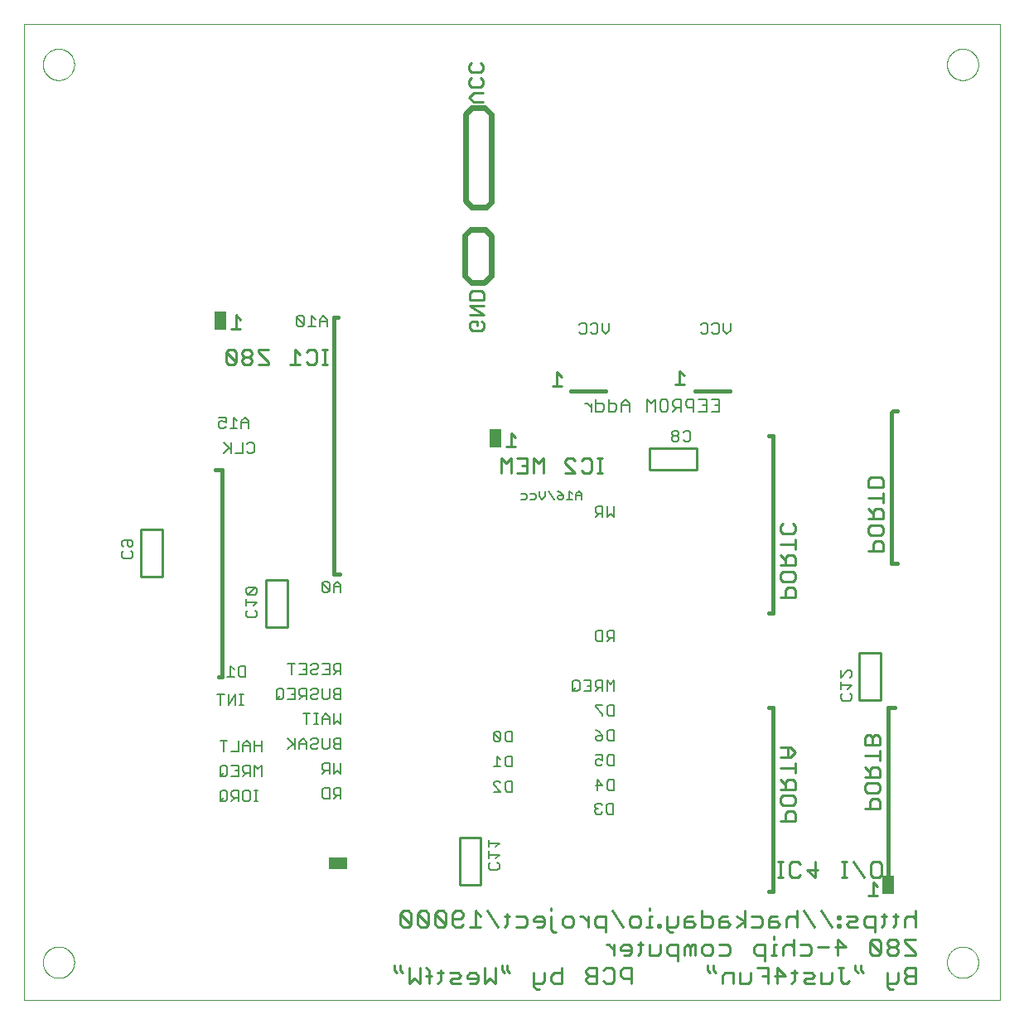
<source format=gbo>
G75*
%MOIN*%
%OFA0B0*%
%FSLAX25Y25*%
%IPPOS*%
%LPD*%
%AMOC8*
5,1,8,0,0,1.08239X$1,22.5*
%
%ADD10C,0.00000*%
%ADD11C,0.00800*%
%ADD12C,0.01100*%
%ADD13C,0.01000*%
%ADD14C,0.00700*%
%ADD15C,0.01575*%
%ADD16C,0.00600*%
%ADD17R,0.05002X0.07502*%
%ADD18R,0.07502X0.05002*%
%ADD19C,0.02362*%
D10*
X0029879Y0005537D02*
X0029879Y0397988D01*
X0422300Y0397988D01*
X0422300Y0005537D01*
X0029879Y0005537D01*
X0037330Y0020537D02*
X0037332Y0020695D01*
X0037338Y0020853D01*
X0037348Y0021011D01*
X0037362Y0021169D01*
X0037380Y0021326D01*
X0037401Y0021483D01*
X0037427Y0021639D01*
X0037457Y0021795D01*
X0037490Y0021950D01*
X0037528Y0022103D01*
X0037569Y0022256D01*
X0037614Y0022408D01*
X0037663Y0022559D01*
X0037716Y0022708D01*
X0037772Y0022856D01*
X0037832Y0023002D01*
X0037896Y0023147D01*
X0037964Y0023290D01*
X0038035Y0023432D01*
X0038109Y0023572D01*
X0038187Y0023709D01*
X0038269Y0023845D01*
X0038353Y0023979D01*
X0038442Y0024110D01*
X0038533Y0024239D01*
X0038628Y0024366D01*
X0038725Y0024491D01*
X0038826Y0024613D01*
X0038930Y0024732D01*
X0039037Y0024849D01*
X0039147Y0024963D01*
X0039260Y0025074D01*
X0039375Y0025183D01*
X0039493Y0025288D01*
X0039614Y0025390D01*
X0039737Y0025490D01*
X0039863Y0025586D01*
X0039991Y0025679D01*
X0040121Y0025769D01*
X0040254Y0025855D01*
X0040389Y0025939D01*
X0040525Y0026018D01*
X0040664Y0026095D01*
X0040805Y0026167D01*
X0040947Y0026237D01*
X0041091Y0026302D01*
X0041237Y0026364D01*
X0041384Y0026422D01*
X0041533Y0026477D01*
X0041683Y0026528D01*
X0041834Y0026575D01*
X0041986Y0026618D01*
X0042139Y0026657D01*
X0042294Y0026693D01*
X0042449Y0026724D01*
X0042605Y0026752D01*
X0042761Y0026776D01*
X0042918Y0026796D01*
X0043076Y0026812D01*
X0043233Y0026824D01*
X0043392Y0026832D01*
X0043550Y0026836D01*
X0043708Y0026836D01*
X0043866Y0026832D01*
X0044025Y0026824D01*
X0044182Y0026812D01*
X0044340Y0026796D01*
X0044497Y0026776D01*
X0044653Y0026752D01*
X0044809Y0026724D01*
X0044964Y0026693D01*
X0045119Y0026657D01*
X0045272Y0026618D01*
X0045424Y0026575D01*
X0045575Y0026528D01*
X0045725Y0026477D01*
X0045874Y0026422D01*
X0046021Y0026364D01*
X0046167Y0026302D01*
X0046311Y0026237D01*
X0046453Y0026167D01*
X0046594Y0026095D01*
X0046733Y0026018D01*
X0046869Y0025939D01*
X0047004Y0025855D01*
X0047137Y0025769D01*
X0047267Y0025679D01*
X0047395Y0025586D01*
X0047521Y0025490D01*
X0047644Y0025390D01*
X0047765Y0025288D01*
X0047883Y0025183D01*
X0047998Y0025074D01*
X0048111Y0024963D01*
X0048221Y0024849D01*
X0048328Y0024732D01*
X0048432Y0024613D01*
X0048533Y0024491D01*
X0048630Y0024366D01*
X0048725Y0024239D01*
X0048816Y0024110D01*
X0048905Y0023979D01*
X0048989Y0023845D01*
X0049071Y0023709D01*
X0049149Y0023572D01*
X0049223Y0023432D01*
X0049294Y0023290D01*
X0049362Y0023147D01*
X0049426Y0023002D01*
X0049486Y0022856D01*
X0049542Y0022708D01*
X0049595Y0022559D01*
X0049644Y0022408D01*
X0049689Y0022256D01*
X0049730Y0022103D01*
X0049768Y0021950D01*
X0049801Y0021795D01*
X0049831Y0021639D01*
X0049857Y0021483D01*
X0049878Y0021326D01*
X0049896Y0021169D01*
X0049910Y0021011D01*
X0049920Y0020853D01*
X0049926Y0020695D01*
X0049928Y0020537D01*
X0049926Y0020379D01*
X0049920Y0020221D01*
X0049910Y0020063D01*
X0049896Y0019905D01*
X0049878Y0019748D01*
X0049857Y0019591D01*
X0049831Y0019435D01*
X0049801Y0019279D01*
X0049768Y0019124D01*
X0049730Y0018971D01*
X0049689Y0018818D01*
X0049644Y0018666D01*
X0049595Y0018515D01*
X0049542Y0018366D01*
X0049486Y0018218D01*
X0049426Y0018072D01*
X0049362Y0017927D01*
X0049294Y0017784D01*
X0049223Y0017642D01*
X0049149Y0017502D01*
X0049071Y0017365D01*
X0048989Y0017229D01*
X0048905Y0017095D01*
X0048816Y0016964D01*
X0048725Y0016835D01*
X0048630Y0016708D01*
X0048533Y0016583D01*
X0048432Y0016461D01*
X0048328Y0016342D01*
X0048221Y0016225D01*
X0048111Y0016111D01*
X0047998Y0016000D01*
X0047883Y0015891D01*
X0047765Y0015786D01*
X0047644Y0015684D01*
X0047521Y0015584D01*
X0047395Y0015488D01*
X0047267Y0015395D01*
X0047137Y0015305D01*
X0047004Y0015219D01*
X0046869Y0015135D01*
X0046733Y0015056D01*
X0046594Y0014979D01*
X0046453Y0014907D01*
X0046311Y0014837D01*
X0046167Y0014772D01*
X0046021Y0014710D01*
X0045874Y0014652D01*
X0045725Y0014597D01*
X0045575Y0014546D01*
X0045424Y0014499D01*
X0045272Y0014456D01*
X0045119Y0014417D01*
X0044964Y0014381D01*
X0044809Y0014350D01*
X0044653Y0014322D01*
X0044497Y0014298D01*
X0044340Y0014278D01*
X0044182Y0014262D01*
X0044025Y0014250D01*
X0043866Y0014242D01*
X0043708Y0014238D01*
X0043550Y0014238D01*
X0043392Y0014242D01*
X0043233Y0014250D01*
X0043076Y0014262D01*
X0042918Y0014278D01*
X0042761Y0014298D01*
X0042605Y0014322D01*
X0042449Y0014350D01*
X0042294Y0014381D01*
X0042139Y0014417D01*
X0041986Y0014456D01*
X0041834Y0014499D01*
X0041683Y0014546D01*
X0041533Y0014597D01*
X0041384Y0014652D01*
X0041237Y0014710D01*
X0041091Y0014772D01*
X0040947Y0014837D01*
X0040805Y0014907D01*
X0040664Y0014979D01*
X0040525Y0015056D01*
X0040389Y0015135D01*
X0040254Y0015219D01*
X0040121Y0015305D01*
X0039991Y0015395D01*
X0039863Y0015488D01*
X0039737Y0015584D01*
X0039614Y0015684D01*
X0039493Y0015786D01*
X0039375Y0015891D01*
X0039260Y0016000D01*
X0039147Y0016111D01*
X0039037Y0016225D01*
X0038930Y0016342D01*
X0038826Y0016461D01*
X0038725Y0016583D01*
X0038628Y0016708D01*
X0038533Y0016835D01*
X0038442Y0016964D01*
X0038353Y0017095D01*
X0038269Y0017229D01*
X0038187Y0017365D01*
X0038109Y0017502D01*
X0038035Y0017642D01*
X0037964Y0017784D01*
X0037896Y0017927D01*
X0037832Y0018072D01*
X0037772Y0018218D01*
X0037716Y0018366D01*
X0037663Y0018515D01*
X0037614Y0018666D01*
X0037569Y0018818D01*
X0037528Y0018971D01*
X0037490Y0019124D01*
X0037457Y0019279D01*
X0037427Y0019435D01*
X0037401Y0019591D01*
X0037380Y0019748D01*
X0037362Y0019905D01*
X0037348Y0020063D01*
X0037338Y0020221D01*
X0037332Y0020379D01*
X0037330Y0020537D01*
X0401080Y0020537D02*
X0401082Y0020695D01*
X0401088Y0020853D01*
X0401098Y0021011D01*
X0401112Y0021169D01*
X0401130Y0021326D01*
X0401151Y0021483D01*
X0401177Y0021639D01*
X0401207Y0021795D01*
X0401240Y0021950D01*
X0401278Y0022103D01*
X0401319Y0022256D01*
X0401364Y0022408D01*
X0401413Y0022559D01*
X0401466Y0022708D01*
X0401522Y0022856D01*
X0401582Y0023002D01*
X0401646Y0023147D01*
X0401714Y0023290D01*
X0401785Y0023432D01*
X0401859Y0023572D01*
X0401937Y0023709D01*
X0402019Y0023845D01*
X0402103Y0023979D01*
X0402192Y0024110D01*
X0402283Y0024239D01*
X0402378Y0024366D01*
X0402475Y0024491D01*
X0402576Y0024613D01*
X0402680Y0024732D01*
X0402787Y0024849D01*
X0402897Y0024963D01*
X0403010Y0025074D01*
X0403125Y0025183D01*
X0403243Y0025288D01*
X0403364Y0025390D01*
X0403487Y0025490D01*
X0403613Y0025586D01*
X0403741Y0025679D01*
X0403871Y0025769D01*
X0404004Y0025855D01*
X0404139Y0025939D01*
X0404275Y0026018D01*
X0404414Y0026095D01*
X0404555Y0026167D01*
X0404697Y0026237D01*
X0404841Y0026302D01*
X0404987Y0026364D01*
X0405134Y0026422D01*
X0405283Y0026477D01*
X0405433Y0026528D01*
X0405584Y0026575D01*
X0405736Y0026618D01*
X0405889Y0026657D01*
X0406044Y0026693D01*
X0406199Y0026724D01*
X0406355Y0026752D01*
X0406511Y0026776D01*
X0406668Y0026796D01*
X0406826Y0026812D01*
X0406983Y0026824D01*
X0407142Y0026832D01*
X0407300Y0026836D01*
X0407458Y0026836D01*
X0407616Y0026832D01*
X0407775Y0026824D01*
X0407932Y0026812D01*
X0408090Y0026796D01*
X0408247Y0026776D01*
X0408403Y0026752D01*
X0408559Y0026724D01*
X0408714Y0026693D01*
X0408869Y0026657D01*
X0409022Y0026618D01*
X0409174Y0026575D01*
X0409325Y0026528D01*
X0409475Y0026477D01*
X0409624Y0026422D01*
X0409771Y0026364D01*
X0409917Y0026302D01*
X0410061Y0026237D01*
X0410203Y0026167D01*
X0410344Y0026095D01*
X0410483Y0026018D01*
X0410619Y0025939D01*
X0410754Y0025855D01*
X0410887Y0025769D01*
X0411017Y0025679D01*
X0411145Y0025586D01*
X0411271Y0025490D01*
X0411394Y0025390D01*
X0411515Y0025288D01*
X0411633Y0025183D01*
X0411748Y0025074D01*
X0411861Y0024963D01*
X0411971Y0024849D01*
X0412078Y0024732D01*
X0412182Y0024613D01*
X0412283Y0024491D01*
X0412380Y0024366D01*
X0412475Y0024239D01*
X0412566Y0024110D01*
X0412655Y0023979D01*
X0412739Y0023845D01*
X0412821Y0023709D01*
X0412899Y0023572D01*
X0412973Y0023432D01*
X0413044Y0023290D01*
X0413112Y0023147D01*
X0413176Y0023002D01*
X0413236Y0022856D01*
X0413292Y0022708D01*
X0413345Y0022559D01*
X0413394Y0022408D01*
X0413439Y0022256D01*
X0413480Y0022103D01*
X0413518Y0021950D01*
X0413551Y0021795D01*
X0413581Y0021639D01*
X0413607Y0021483D01*
X0413628Y0021326D01*
X0413646Y0021169D01*
X0413660Y0021011D01*
X0413670Y0020853D01*
X0413676Y0020695D01*
X0413678Y0020537D01*
X0413676Y0020379D01*
X0413670Y0020221D01*
X0413660Y0020063D01*
X0413646Y0019905D01*
X0413628Y0019748D01*
X0413607Y0019591D01*
X0413581Y0019435D01*
X0413551Y0019279D01*
X0413518Y0019124D01*
X0413480Y0018971D01*
X0413439Y0018818D01*
X0413394Y0018666D01*
X0413345Y0018515D01*
X0413292Y0018366D01*
X0413236Y0018218D01*
X0413176Y0018072D01*
X0413112Y0017927D01*
X0413044Y0017784D01*
X0412973Y0017642D01*
X0412899Y0017502D01*
X0412821Y0017365D01*
X0412739Y0017229D01*
X0412655Y0017095D01*
X0412566Y0016964D01*
X0412475Y0016835D01*
X0412380Y0016708D01*
X0412283Y0016583D01*
X0412182Y0016461D01*
X0412078Y0016342D01*
X0411971Y0016225D01*
X0411861Y0016111D01*
X0411748Y0016000D01*
X0411633Y0015891D01*
X0411515Y0015786D01*
X0411394Y0015684D01*
X0411271Y0015584D01*
X0411145Y0015488D01*
X0411017Y0015395D01*
X0410887Y0015305D01*
X0410754Y0015219D01*
X0410619Y0015135D01*
X0410483Y0015056D01*
X0410344Y0014979D01*
X0410203Y0014907D01*
X0410061Y0014837D01*
X0409917Y0014772D01*
X0409771Y0014710D01*
X0409624Y0014652D01*
X0409475Y0014597D01*
X0409325Y0014546D01*
X0409174Y0014499D01*
X0409022Y0014456D01*
X0408869Y0014417D01*
X0408714Y0014381D01*
X0408559Y0014350D01*
X0408403Y0014322D01*
X0408247Y0014298D01*
X0408090Y0014278D01*
X0407932Y0014262D01*
X0407775Y0014250D01*
X0407616Y0014242D01*
X0407458Y0014238D01*
X0407300Y0014238D01*
X0407142Y0014242D01*
X0406983Y0014250D01*
X0406826Y0014262D01*
X0406668Y0014278D01*
X0406511Y0014298D01*
X0406355Y0014322D01*
X0406199Y0014350D01*
X0406044Y0014381D01*
X0405889Y0014417D01*
X0405736Y0014456D01*
X0405584Y0014499D01*
X0405433Y0014546D01*
X0405283Y0014597D01*
X0405134Y0014652D01*
X0404987Y0014710D01*
X0404841Y0014772D01*
X0404697Y0014837D01*
X0404555Y0014907D01*
X0404414Y0014979D01*
X0404275Y0015056D01*
X0404139Y0015135D01*
X0404004Y0015219D01*
X0403871Y0015305D01*
X0403741Y0015395D01*
X0403613Y0015488D01*
X0403487Y0015584D01*
X0403364Y0015684D01*
X0403243Y0015786D01*
X0403125Y0015891D01*
X0403010Y0016000D01*
X0402897Y0016111D01*
X0402787Y0016225D01*
X0402680Y0016342D01*
X0402576Y0016461D01*
X0402475Y0016583D01*
X0402378Y0016708D01*
X0402283Y0016835D01*
X0402192Y0016964D01*
X0402103Y0017095D01*
X0402019Y0017229D01*
X0401937Y0017365D01*
X0401859Y0017502D01*
X0401785Y0017642D01*
X0401714Y0017784D01*
X0401646Y0017927D01*
X0401582Y0018072D01*
X0401522Y0018218D01*
X0401466Y0018366D01*
X0401413Y0018515D01*
X0401364Y0018666D01*
X0401319Y0018818D01*
X0401278Y0018971D01*
X0401240Y0019124D01*
X0401207Y0019279D01*
X0401177Y0019435D01*
X0401151Y0019591D01*
X0401130Y0019748D01*
X0401112Y0019905D01*
X0401098Y0020063D01*
X0401088Y0020221D01*
X0401082Y0020379D01*
X0401080Y0020537D01*
X0401080Y0381787D02*
X0401082Y0381945D01*
X0401088Y0382103D01*
X0401098Y0382261D01*
X0401112Y0382419D01*
X0401130Y0382576D01*
X0401151Y0382733D01*
X0401177Y0382889D01*
X0401207Y0383045D01*
X0401240Y0383200D01*
X0401278Y0383353D01*
X0401319Y0383506D01*
X0401364Y0383658D01*
X0401413Y0383809D01*
X0401466Y0383958D01*
X0401522Y0384106D01*
X0401582Y0384252D01*
X0401646Y0384397D01*
X0401714Y0384540D01*
X0401785Y0384682D01*
X0401859Y0384822D01*
X0401937Y0384959D01*
X0402019Y0385095D01*
X0402103Y0385229D01*
X0402192Y0385360D01*
X0402283Y0385489D01*
X0402378Y0385616D01*
X0402475Y0385741D01*
X0402576Y0385863D01*
X0402680Y0385982D01*
X0402787Y0386099D01*
X0402897Y0386213D01*
X0403010Y0386324D01*
X0403125Y0386433D01*
X0403243Y0386538D01*
X0403364Y0386640D01*
X0403487Y0386740D01*
X0403613Y0386836D01*
X0403741Y0386929D01*
X0403871Y0387019D01*
X0404004Y0387105D01*
X0404139Y0387189D01*
X0404275Y0387268D01*
X0404414Y0387345D01*
X0404555Y0387417D01*
X0404697Y0387487D01*
X0404841Y0387552D01*
X0404987Y0387614D01*
X0405134Y0387672D01*
X0405283Y0387727D01*
X0405433Y0387778D01*
X0405584Y0387825D01*
X0405736Y0387868D01*
X0405889Y0387907D01*
X0406044Y0387943D01*
X0406199Y0387974D01*
X0406355Y0388002D01*
X0406511Y0388026D01*
X0406668Y0388046D01*
X0406826Y0388062D01*
X0406983Y0388074D01*
X0407142Y0388082D01*
X0407300Y0388086D01*
X0407458Y0388086D01*
X0407616Y0388082D01*
X0407775Y0388074D01*
X0407932Y0388062D01*
X0408090Y0388046D01*
X0408247Y0388026D01*
X0408403Y0388002D01*
X0408559Y0387974D01*
X0408714Y0387943D01*
X0408869Y0387907D01*
X0409022Y0387868D01*
X0409174Y0387825D01*
X0409325Y0387778D01*
X0409475Y0387727D01*
X0409624Y0387672D01*
X0409771Y0387614D01*
X0409917Y0387552D01*
X0410061Y0387487D01*
X0410203Y0387417D01*
X0410344Y0387345D01*
X0410483Y0387268D01*
X0410619Y0387189D01*
X0410754Y0387105D01*
X0410887Y0387019D01*
X0411017Y0386929D01*
X0411145Y0386836D01*
X0411271Y0386740D01*
X0411394Y0386640D01*
X0411515Y0386538D01*
X0411633Y0386433D01*
X0411748Y0386324D01*
X0411861Y0386213D01*
X0411971Y0386099D01*
X0412078Y0385982D01*
X0412182Y0385863D01*
X0412283Y0385741D01*
X0412380Y0385616D01*
X0412475Y0385489D01*
X0412566Y0385360D01*
X0412655Y0385229D01*
X0412739Y0385095D01*
X0412821Y0384959D01*
X0412899Y0384822D01*
X0412973Y0384682D01*
X0413044Y0384540D01*
X0413112Y0384397D01*
X0413176Y0384252D01*
X0413236Y0384106D01*
X0413292Y0383958D01*
X0413345Y0383809D01*
X0413394Y0383658D01*
X0413439Y0383506D01*
X0413480Y0383353D01*
X0413518Y0383200D01*
X0413551Y0383045D01*
X0413581Y0382889D01*
X0413607Y0382733D01*
X0413628Y0382576D01*
X0413646Y0382419D01*
X0413660Y0382261D01*
X0413670Y0382103D01*
X0413676Y0381945D01*
X0413678Y0381787D01*
X0413676Y0381629D01*
X0413670Y0381471D01*
X0413660Y0381313D01*
X0413646Y0381155D01*
X0413628Y0380998D01*
X0413607Y0380841D01*
X0413581Y0380685D01*
X0413551Y0380529D01*
X0413518Y0380374D01*
X0413480Y0380221D01*
X0413439Y0380068D01*
X0413394Y0379916D01*
X0413345Y0379765D01*
X0413292Y0379616D01*
X0413236Y0379468D01*
X0413176Y0379322D01*
X0413112Y0379177D01*
X0413044Y0379034D01*
X0412973Y0378892D01*
X0412899Y0378752D01*
X0412821Y0378615D01*
X0412739Y0378479D01*
X0412655Y0378345D01*
X0412566Y0378214D01*
X0412475Y0378085D01*
X0412380Y0377958D01*
X0412283Y0377833D01*
X0412182Y0377711D01*
X0412078Y0377592D01*
X0411971Y0377475D01*
X0411861Y0377361D01*
X0411748Y0377250D01*
X0411633Y0377141D01*
X0411515Y0377036D01*
X0411394Y0376934D01*
X0411271Y0376834D01*
X0411145Y0376738D01*
X0411017Y0376645D01*
X0410887Y0376555D01*
X0410754Y0376469D01*
X0410619Y0376385D01*
X0410483Y0376306D01*
X0410344Y0376229D01*
X0410203Y0376157D01*
X0410061Y0376087D01*
X0409917Y0376022D01*
X0409771Y0375960D01*
X0409624Y0375902D01*
X0409475Y0375847D01*
X0409325Y0375796D01*
X0409174Y0375749D01*
X0409022Y0375706D01*
X0408869Y0375667D01*
X0408714Y0375631D01*
X0408559Y0375600D01*
X0408403Y0375572D01*
X0408247Y0375548D01*
X0408090Y0375528D01*
X0407932Y0375512D01*
X0407775Y0375500D01*
X0407616Y0375492D01*
X0407458Y0375488D01*
X0407300Y0375488D01*
X0407142Y0375492D01*
X0406983Y0375500D01*
X0406826Y0375512D01*
X0406668Y0375528D01*
X0406511Y0375548D01*
X0406355Y0375572D01*
X0406199Y0375600D01*
X0406044Y0375631D01*
X0405889Y0375667D01*
X0405736Y0375706D01*
X0405584Y0375749D01*
X0405433Y0375796D01*
X0405283Y0375847D01*
X0405134Y0375902D01*
X0404987Y0375960D01*
X0404841Y0376022D01*
X0404697Y0376087D01*
X0404555Y0376157D01*
X0404414Y0376229D01*
X0404275Y0376306D01*
X0404139Y0376385D01*
X0404004Y0376469D01*
X0403871Y0376555D01*
X0403741Y0376645D01*
X0403613Y0376738D01*
X0403487Y0376834D01*
X0403364Y0376934D01*
X0403243Y0377036D01*
X0403125Y0377141D01*
X0403010Y0377250D01*
X0402897Y0377361D01*
X0402787Y0377475D01*
X0402680Y0377592D01*
X0402576Y0377711D01*
X0402475Y0377833D01*
X0402378Y0377958D01*
X0402283Y0378085D01*
X0402192Y0378214D01*
X0402103Y0378345D01*
X0402019Y0378479D01*
X0401937Y0378615D01*
X0401859Y0378752D01*
X0401785Y0378892D01*
X0401714Y0379034D01*
X0401646Y0379177D01*
X0401582Y0379322D01*
X0401522Y0379468D01*
X0401466Y0379616D01*
X0401413Y0379765D01*
X0401364Y0379916D01*
X0401319Y0380068D01*
X0401278Y0380221D01*
X0401240Y0380374D01*
X0401207Y0380529D01*
X0401177Y0380685D01*
X0401151Y0380841D01*
X0401130Y0380998D01*
X0401112Y0381155D01*
X0401098Y0381313D01*
X0401088Y0381471D01*
X0401082Y0381629D01*
X0401080Y0381787D01*
X0037330Y0381787D02*
X0037332Y0381945D01*
X0037338Y0382103D01*
X0037348Y0382261D01*
X0037362Y0382419D01*
X0037380Y0382576D01*
X0037401Y0382733D01*
X0037427Y0382889D01*
X0037457Y0383045D01*
X0037490Y0383200D01*
X0037528Y0383353D01*
X0037569Y0383506D01*
X0037614Y0383658D01*
X0037663Y0383809D01*
X0037716Y0383958D01*
X0037772Y0384106D01*
X0037832Y0384252D01*
X0037896Y0384397D01*
X0037964Y0384540D01*
X0038035Y0384682D01*
X0038109Y0384822D01*
X0038187Y0384959D01*
X0038269Y0385095D01*
X0038353Y0385229D01*
X0038442Y0385360D01*
X0038533Y0385489D01*
X0038628Y0385616D01*
X0038725Y0385741D01*
X0038826Y0385863D01*
X0038930Y0385982D01*
X0039037Y0386099D01*
X0039147Y0386213D01*
X0039260Y0386324D01*
X0039375Y0386433D01*
X0039493Y0386538D01*
X0039614Y0386640D01*
X0039737Y0386740D01*
X0039863Y0386836D01*
X0039991Y0386929D01*
X0040121Y0387019D01*
X0040254Y0387105D01*
X0040389Y0387189D01*
X0040525Y0387268D01*
X0040664Y0387345D01*
X0040805Y0387417D01*
X0040947Y0387487D01*
X0041091Y0387552D01*
X0041237Y0387614D01*
X0041384Y0387672D01*
X0041533Y0387727D01*
X0041683Y0387778D01*
X0041834Y0387825D01*
X0041986Y0387868D01*
X0042139Y0387907D01*
X0042294Y0387943D01*
X0042449Y0387974D01*
X0042605Y0388002D01*
X0042761Y0388026D01*
X0042918Y0388046D01*
X0043076Y0388062D01*
X0043233Y0388074D01*
X0043392Y0388082D01*
X0043550Y0388086D01*
X0043708Y0388086D01*
X0043866Y0388082D01*
X0044025Y0388074D01*
X0044182Y0388062D01*
X0044340Y0388046D01*
X0044497Y0388026D01*
X0044653Y0388002D01*
X0044809Y0387974D01*
X0044964Y0387943D01*
X0045119Y0387907D01*
X0045272Y0387868D01*
X0045424Y0387825D01*
X0045575Y0387778D01*
X0045725Y0387727D01*
X0045874Y0387672D01*
X0046021Y0387614D01*
X0046167Y0387552D01*
X0046311Y0387487D01*
X0046453Y0387417D01*
X0046594Y0387345D01*
X0046733Y0387268D01*
X0046869Y0387189D01*
X0047004Y0387105D01*
X0047137Y0387019D01*
X0047267Y0386929D01*
X0047395Y0386836D01*
X0047521Y0386740D01*
X0047644Y0386640D01*
X0047765Y0386538D01*
X0047883Y0386433D01*
X0047998Y0386324D01*
X0048111Y0386213D01*
X0048221Y0386099D01*
X0048328Y0385982D01*
X0048432Y0385863D01*
X0048533Y0385741D01*
X0048630Y0385616D01*
X0048725Y0385489D01*
X0048816Y0385360D01*
X0048905Y0385229D01*
X0048989Y0385095D01*
X0049071Y0384959D01*
X0049149Y0384822D01*
X0049223Y0384682D01*
X0049294Y0384540D01*
X0049362Y0384397D01*
X0049426Y0384252D01*
X0049486Y0384106D01*
X0049542Y0383958D01*
X0049595Y0383809D01*
X0049644Y0383658D01*
X0049689Y0383506D01*
X0049730Y0383353D01*
X0049768Y0383200D01*
X0049801Y0383045D01*
X0049831Y0382889D01*
X0049857Y0382733D01*
X0049878Y0382576D01*
X0049896Y0382419D01*
X0049910Y0382261D01*
X0049920Y0382103D01*
X0049926Y0381945D01*
X0049928Y0381787D01*
X0049926Y0381629D01*
X0049920Y0381471D01*
X0049910Y0381313D01*
X0049896Y0381155D01*
X0049878Y0380998D01*
X0049857Y0380841D01*
X0049831Y0380685D01*
X0049801Y0380529D01*
X0049768Y0380374D01*
X0049730Y0380221D01*
X0049689Y0380068D01*
X0049644Y0379916D01*
X0049595Y0379765D01*
X0049542Y0379616D01*
X0049486Y0379468D01*
X0049426Y0379322D01*
X0049362Y0379177D01*
X0049294Y0379034D01*
X0049223Y0378892D01*
X0049149Y0378752D01*
X0049071Y0378615D01*
X0048989Y0378479D01*
X0048905Y0378345D01*
X0048816Y0378214D01*
X0048725Y0378085D01*
X0048630Y0377958D01*
X0048533Y0377833D01*
X0048432Y0377711D01*
X0048328Y0377592D01*
X0048221Y0377475D01*
X0048111Y0377361D01*
X0047998Y0377250D01*
X0047883Y0377141D01*
X0047765Y0377036D01*
X0047644Y0376934D01*
X0047521Y0376834D01*
X0047395Y0376738D01*
X0047267Y0376645D01*
X0047137Y0376555D01*
X0047004Y0376469D01*
X0046869Y0376385D01*
X0046733Y0376306D01*
X0046594Y0376229D01*
X0046453Y0376157D01*
X0046311Y0376087D01*
X0046167Y0376022D01*
X0046021Y0375960D01*
X0045874Y0375902D01*
X0045725Y0375847D01*
X0045575Y0375796D01*
X0045424Y0375749D01*
X0045272Y0375706D01*
X0045119Y0375667D01*
X0044964Y0375631D01*
X0044809Y0375600D01*
X0044653Y0375572D01*
X0044497Y0375548D01*
X0044340Y0375528D01*
X0044182Y0375512D01*
X0044025Y0375500D01*
X0043866Y0375492D01*
X0043708Y0375488D01*
X0043550Y0375488D01*
X0043392Y0375492D01*
X0043233Y0375500D01*
X0043076Y0375512D01*
X0042918Y0375528D01*
X0042761Y0375548D01*
X0042605Y0375572D01*
X0042449Y0375600D01*
X0042294Y0375631D01*
X0042139Y0375667D01*
X0041986Y0375706D01*
X0041834Y0375749D01*
X0041683Y0375796D01*
X0041533Y0375847D01*
X0041384Y0375902D01*
X0041237Y0375960D01*
X0041091Y0376022D01*
X0040947Y0376087D01*
X0040805Y0376157D01*
X0040664Y0376229D01*
X0040525Y0376306D01*
X0040389Y0376385D01*
X0040254Y0376469D01*
X0040121Y0376555D01*
X0039991Y0376645D01*
X0039863Y0376738D01*
X0039737Y0376834D01*
X0039614Y0376934D01*
X0039493Y0377036D01*
X0039375Y0377141D01*
X0039260Y0377250D01*
X0039147Y0377361D01*
X0039037Y0377475D01*
X0038930Y0377592D01*
X0038826Y0377711D01*
X0038725Y0377833D01*
X0038628Y0377958D01*
X0038533Y0378085D01*
X0038442Y0378214D01*
X0038353Y0378345D01*
X0038269Y0378479D01*
X0038187Y0378615D01*
X0038109Y0378752D01*
X0038035Y0378892D01*
X0037964Y0379034D01*
X0037896Y0379177D01*
X0037832Y0379322D01*
X0037772Y0379468D01*
X0037716Y0379616D01*
X0037663Y0379765D01*
X0037614Y0379916D01*
X0037569Y0380068D01*
X0037528Y0380221D01*
X0037490Y0380374D01*
X0037457Y0380529D01*
X0037427Y0380685D01*
X0037401Y0380841D01*
X0037380Y0380998D01*
X0037362Y0381155D01*
X0037348Y0381313D01*
X0037338Y0381471D01*
X0037332Y0381629D01*
X0037330Y0381787D01*
D11*
X0253155Y0276940D02*
X0253856Y0277641D01*
X0255257Y0277641D01*
X0255958Y0276940D01*
X0255958Y0274138D01*
X0255257Y0273437D01*
X0253856Y0273437D01*
X0253155Y0274138D01*
X0257759Y0274138D02*
X0258460Y0273437D01*
X0259861Y0273437D01*
X0260562Y0274138D01*
X0260562Y0276940D01*
X0259861Y0277641D01*
X0258460Y0277641D01*
X0257759Y0276940D01*
X0262363Y0277641D02*
X0262363Y0274839D01*
X0263764Y0273437D01*
X0265166Y0274839D01*
X0265166Y0277641D01*
X0301905Y0276940D02*
X0302606Y0277641D01*
X0304007Y0277641D01*
X0304708Y0276940D01*
X0304708Y0274138D01*
X0304007Y0273437D01*
X0302606Y0273437D01*
X0301905Y0274138D01*
X0306509Y0274138D02*
X0307210Y0273437D01*
X0308611Y0273437D01*
X0309312Y0274138D01*
X0309312Y0276940D01*
X0308611Y0277641D01*
X0307210Y0277641D01*
X0306509Y0276940D01*
X0311113Y0277641D02*
X0311113Y0274839D01*
X0312514Y0273437D01*
X0313916Y0274839D01*
X0313916Y0277641D01*
X0309479Y0246991D02*
X0306276Y0246991D01*
X0304322Y0246991D02*
X0304322Y0242187D01*
X0301120Y0242187D01*
X0299166Y0242187D02*
X0299166Y0246991D01*
X0296764Y0246991D01*
X0295963Y0246191D01*
X0295963Y0244589D01*
X0296764Y0243789D01*
X0299166Y0243789D01*
X0302721Y0244589D02*
X0304322Y0244589D01*
X0304322Y0246991D02*
X0301120Y0246991D01*
X0306276Y0242187D02*
X0309479Y0242187D01*
X0309479Y0246991D01*
X0309479Y0244589D02*
X0307877Y0244589D01*
X0294010Y0243789D02*
X0291608Y0243789D01*
X0290807Y0244589D01*
X0290807Y0246191D01*
X0291608Y0246991D01*
X0294010Y0246991D01*
X0294010Y0242187D01*
X0292408Y0243789D02*
X0290807Y0242187D01*
X0288853Y0242988D02*
X0288053Y0242187D01*
X0286451Y0242187D01*
X0285650Y0242988D01*
X0285650Y0246191D01*
X0286451Y0246991D01*
X0288053Y0246991D01*
X0288853Y0246191D01*
X0288853Y0242988D01*
X0283697Y0242187D02*
X0283697Y0246991D01*
X0282095Y0245390D01*
X0280494Y0246991D01*
X0280494Y0242187D01*
X0273384Y0242187D02*
X0273384Y0245390D01*
X0271783Y0246991D01*
X0270181Y0245390D01*
X0270181Y0242187D01*
X0268228Y0242988D02*
X0268228Y0244589D01*
X0267427Y0245390D01*
X0265025Y0245390D01*
X0265025Y0246991D02*
X0265025Y0242187D01*
X0267427Y0242187D01*
X0268228Y0242988D01*
X0270181Y0244589D02*
X0273384Y0244589D01*
X0263071Y0244589D02*
X0263071Y0242988D01*
X0262271Y0242187D01*
X0259868Y0242187D01*
X0259868Y0246991D01*
X0259868Y0245390D02*
X0262271Y0245390D01*
X0263071Y0244589D01*
X0257915Y0243789D02*
X0256313Y0245390D01*
X0255513Y0245390D01*
X0257915Y0245390D02*
X0257915Y0242187D01*
X0260350Y0203953D02*
X0259649Y0203252D01*
X0259649Y0201851D01*
X0260350Y0201151D01*
X0262452Y0201151D01*
X0261050Y0201151D02*
X0259649Y0199749D01*
X0262452Y0199749D02*
X0262452Y0203953D01*
X0260350Y0203953D01*
X0264253Y0203953D02*
X0264253Y0199749D01*
X0265654Y0201151D01*
X0267056Y0199749D01*
X0267056Y0203953D01*
X0267056Y0153937D02*
X0264954Y0153937D01*
X0264253Y0153236D01*
X0264253Y0151835D01*
X0264954Y0151135D01*
X0267056Y0151135D01*
X0265654Y0151135D02*
X0264253Y0149733D01*
X0262452Y0149733D02*
X0260350Y0149733D01*
X0259649Y0150434D01*
X0259649Y0153236D01*
X0260350Y0153937D01*
X0262452Y0153937D01*
X0262452Y0149733D01*
X0267056Y0149733D02*
X0267056Y0153937D01*
X0267056Y0133931D02*
X0265654Y0132529D01*
X0264253Y0133931D01*
X0264253Y0129727D01*
X0262452Y0129727D02*
X0262452Y0133931D01*
X0260350Y0133931D01*
X0259649Y0133230D01*
X0259649Y0131829D01*
X0260350Y0131128D01*
X0262452Y0131128D01*
X0261050Y0131128D02*
X0259649Y0129727D01*
X0257848Y0129727D02*
X0255045Y0129727D01*
X0253244Y0130428D02*
X0253244Y0133230D01*
X0252543Y0133931D01*
X0251142Y0133931D01*
X0250441Y0133230D01*
X0250441Y0130428D01*
X0251142Y0129727D01*
X0252543Y0129727D01*
X0253244Y0130428D01*
X0251843Y0131128D02*
X0250441Y0129727D01*
X0255045Y0133931D02*
X0257848Y0133931D01*
X0257848Y0129727D01*
X0257848Y0131829D02*
X0256447Y0131829D01*
X0259649Y0123927D02*
X0259649Y0123227D01*
X0262452Y0120424D01*
X0262452Y0119724D01*
X0264253Y0120424D02*
X0264954Y0119724D01*
X0267056Y0119724D01*
X0267056Y0123927D01*
X0264954Y0123927D01*
X0264253Y0123227D01*
X0264253Y0120424D01*
X0262452Y0123927D02*
X0259649Y0123927D01*
X0267056Y0129727D02*
X0267056Y0133931D01*
X0267056Y0113924D02*
X0264954Y0113924D01*
X0264253Y0113224D01*
X0264253Y0110421D01*
X0264954Y0109721D01*
X0267056Y0109721D01*
X0267056Y0113924D01*
X0262452Y0111822D02*
X0262452Y0110421D01*
X0261751Y0109721D01*
X0260350Y0109721D01*
X0259649Y0110421D01*
X0259649Y0111122D01*
X0260350Y0111822D01*
X0262452Y0111822D01*
X0261050Y0113224D01*
X0259649Y0113924D01*
X0259649Y0103921D02*
X0262452Y0103921D01*
X0262452Y0101819D01*
X0261050Y0102520D01*
X0260350Y0102520D01*
X0259649Y0101819D01*
X0259649Y0100418D01*
X0260350Y0099717D01*
X0261751Y0099717D01*
X0262452Y0100418D01*
X0264253Y0100418D02*
X0264253Y0103220D01*
X0264954Y0103921D01*
X0267056Y0103921D01*
X0267056Y0099717D01*
X0264954Y0099717D01*
X0264253Y0100418D01*
X0264954Y0093918D02*
X0267056Y0093918D01*
X0267056Y0089714D01*
X0264954Y0089714D01*
X0264253Y0090415D01*
X0264253Y0093217D01*
X0264954Y0093918D01*
X0262452Y0091816D02*
X0259649Y0091816D01*
X0260350Y0089714D02*
X0260350Y0093918D01*
X0262452Y0091816D01*
X0261587Y0084425D02*
X0260186Y0084425D01*
X0259486Y0083724D01*
X0259486Y0083023D01*
X0260186Y0082323D01*
X0259486Y0081622D01*
X0259486Y0080922D01*
X0260186Y0080221D01*
X0261587Y0080221D01*
X0262288Y0080922D01*
X0264090Y0080922D02*
X0264090Y0083724D01*
X0264790Y0084425D01*
X0266892Y0084425D01*
X0266892Y0080221D01*
X0264790Y0080221D01*
X0264090Y0080922D01*
X0262288Y0083724D02*
X0261587Y0084425D01*
X0260887Y0082323D02*
X0260186Y0082323D01*
X0226084Y0089219D02*
X0223982Y0089219D01*
X0223281Y0089919D01*
X0223281Y0092721D01*
X0223982Y0093422D01*
X0226084Y0093422D01*
X0226084Y0089219D01*
X0221480Y0089219D02*
X0218677Y0092021D01*
X0218677Y0092721D01*
X0219378Y0093422D01*
X0220779Y0093422D01*
X0221480Y0092721D01*
X0221480Y0089219D02*
X0218677Y0089219D01*
X0218677Y0099231D02*
X0221480Y0099231D01*
X0220079Y0099231D02*
X0220079Y0103435D01*
X0221480Y0102034D01*
X0223281Y0102734D02*
X0223982Y0103435D01*
X0226084Y0103435D01*
X0226084Y0099231D01*
X0223982Y0099231D01*
X0223281Y0099932D01*
X0223281Y0102734D01*
X0223982Y0109231D02*
X0223281Y0109932D01*
X0223281Y0112734D01*
X0223982Y0113435D01*
X0226084Y0113435D01*
X0226084Y0109231D01*
X0223982Y0109231D01*
X0221480Y0109932D02*
X0218677Y0112734D01*
X0218677Y0109932D01*
X0219378Y0109231D01*
X0220779Y0109231D01*
X0221480Y0109932D01*
X0221480Y0112734D01*
X0220779Y0113435D01*
X0219378Y0113435D01*
X0218677Y0112734D01*
D12*
X0241683Y0042327D02*
X0241683Y0041243D01*
X0241683Y0039074D02*
X0241683Y0033653D01*
X0242767Y0032569D01*
X0243851Y0032569D01*
X0246512Y0035822D02*
X0246512Y0037990D01*
X0247596Y0039074D01*
X0249765Y0039074D01*
X0250849Y0037990D01*
X0250849Y0035822D01*
X0249765Y0034737D01*
X0247596Y0034737D01*
X0246512Y0035822D01*
X0239186Y0035822D02*
X0239186Y0037990D01*
X0238102Y0039074D01*
X0235933Y0039074D01*
X0234849Y0037990D01*
X0234849Y0036906D01*
X0239186Y0036906D01*
X0239186Y0035822D02*
X0238102Y0034737D01*
X0235933Y0034737D01*
X0232188Y0035822D02*
X0232188Y0037990D01*
X0231104Y0039074D01*
X0227851Y0039074D01*
X0225190Y0039074D02*
X0223021Y0039074D01*
X0224106Y0040159D02*
X0224106Y0035822D01*
X0223021Y0034737D01*
X0220525Y0034737D02*
X0216188Y0041243D01*
X0213527Y0039074D02*
X0211358Y0041243D01*
X0211358Y0034737D01*
X0209190Y0034737D02*
X0213527Y0034737D01*
X0206529Y0035822D02*
X0205444Y0034737D01*
X0203276Y0034737D01*
X0202192Y0035822D01*
X0202192Y0040159D01*
X0203276Y0041243D01*
X0205444Y0041243D01*
X0206529Y0040159D01*
X0206529Y0039074D01*
X0205444Y0037990D01*
X0202192Y0037990D01*
X0199531Y0035822D02*
X0195194Y0040159D01*
X0195194Y0035822D01*
X0196278Y0034737D01*
X0198446Y0034737D01*
X0199531Y0035822D01*
X0199531Y0040159D01*
X0198446Y0041243D01*
X0196278Y0041243D01*
X0195194Y0040159D01*
X0192533Y0040159D02*
X0192533Y0035822D01*
X0188196Y0040159D01*
X0188196Y0035822D01*
X0189280Y0034737D01*
X0191448Y0034737D01*
X0192533Y0035822D01*
X0192533Y0040159D02*
X0191448Y0041243D01*
X0189280Y0041243D01*
X0188196Y0040159D01*
X0185535Y0040159D02*
X0184450Y0041243D01*
X0182282Y0041243D01*
X0181198Y0040159D01*
X0185535Y0035822D01*
X0184450Y0034737D01*
X0182282Y0034737D01*
X0181198Y0035822D01*
X0181198Y0040159D01*
X0185535Y0040159D02*
X0185535Y0035822D01*
X0180952Y0019527D02*
X0180952Y0017359D01*
X0182036Y0016274D01*
X0179867Y0016274D02*
X0178783Y0017359D01*
X0178783Y0019527D01*
X0184697Y0018443D02*
X0184697Y0011937D01*
X0186865Y0014106D01*
X0189034Y0011937D01*
X0189034Y0018443D01*
X0191531Y0018443D02*
X0192615Y0017359D01*
X0192615Y0011937D01*
X0193699Y0015190D02*
X0191531Y0015190D01*
X0196196Y0016274D02*
X0198364Y0016274D01*
X0197280Y0017359D02*
X0197280Y0013022D01*
X0196196Y0011937D01*
X0201025Y0013022D02*
X0202110Y0014106D01*
X0204278Y0014106D01*
X0205362Y0015190D01*
X0204278Y0016274D01*
X0201025Y0016274D01*
X0201025Y0013022D02*
X0202110Y0011937D01*
X0205362Y0011937D01*
X0208023Y0014106D02*
X0212360Y0014106D01*
X0212360Y0015190D02*
X0211276Y0016274D01*
X0209108Y0016274D01*
X0208023Y0015190D01*
X0208023Y0014106D01*
X0209108Y0011937D02*
X0211276Y0011937D01*
X0212360Y0013022D01*
X0212360Y0015190D01*
X0215021Y0011937D02*
X0215021Y0018443D01*
X0219358Y0018443D02*
X0219358Y0011937D01*
X0217190Y0014106D01*
X0215021Y0011937D01*
X0221937Y0017359D02*
X0223021Y0016274D01*
X0221937Y0017359D02*
X0221937Y0019527D01*
X0224106Y0019527D02*
X0224106Y0017359D01*
X0225190Y0016274D01*
X0234849Y0016274D02*
X0234849Y0010853D01*
X0235933Y0009769D01*
X0237017Y0009769D01*
X0238102Y0011937D02*
X0234849Y0011937D01*
X0238102Y0011937D02*
X0239186Y0013022D01*
X0239186Y0016274D01*
X0241847Y0015190D02*
X0242931Y0016274D01*
X0246184Y0016274D01*
X0246184Y0018443D02*
X0246184Y0011937D01*
X0242931Y0011937D01*
X0241847Y0013022D01*
X0241847Y0015190D01*
X0255843Y0014106D02*
X0255843Y0013022D01*
X0256927Y0011937D01*
X0260180Y0011937D01*
X0260180Y0018443D01*
X0256927Y0018443D01*
X0255843Y0017359D01*
X0255843Y0016274D01*
X0256927Y0015190D01*
X0260180Y0015190D01*
X0256927Y0015190D02*
X0255843Y0014106D01*
X0262841Y0013022D02*
X0263925Y0011937D01*
X0266093Y0011937D01*
X0267178Y0013022D01*
X0267178Y0017359D01*
X0266093Y0018443D01*
X0263925Y0018443D01*
X0262841Y0017359D01*
X0269839Y0017359D02*
X0269839Y0015190D01*
X0270923Y0014106D01*
X0274176Y0014106D01*
X0274176Y0011937D02*
X0274176Y0018443D01*
X0270923Y0018443D01*
X0269839Y0017359D01*
X0270923Y0023337D02*
X0273091Y0023337D01*
X0274176Y0024422D01*
X0274176Y0026590D01*
X0273091Y0027674D01*
X0270923Y0027674D01*
X0269839Y0026590D01*
X0269839Y0025506D01*
X0274176Y0025506D01*
X0276673Y0027674D02*
X0278841Y0027674D01*
X0277757Y0028759D02*
X0277757Y0024422D01*
X0276673Y0023337D01*
X0281502Y0023337D02*
X0281502Y0027674D01*
X0281502Y0023337D02*
X0284755Y0023337D01*
X0285839Y0024422D01*
X0285839Y0027674D01*
X0288500Y0026590D02*
X0288500Y0024422D01*
X0289584Y0023337D01*
X0292837Y0023337D01*
X0292837Y0021169D02*
X0292837Y0027674D01*
X0289584Y0027674D01*
X0288500Y0026590D01*
X0289584Y0032569D02*
X0290668Y0032569D01*
X0289584Y0032569D02*
X0288500Y0033653D01*
X0288500Y0039074D01*
X0285839Y0035822D02*
X0284755Y0035822D01*
X0284755Y0034737D01*
X0285839Y0034737D01*
X0285839Y0035822D01*
X0288500Y0034737D02*
X0291753Y0034737D01*
X0292837Y0035822D01*
X0292837Y0039074D01*
X0295498Y0037990D02*
X0295498Y0034737D01*
X0298751Y0034737D01*
X0299835Y0035822D01*
X0298751Y0036906D01*
X0295498Y0036906D01*
X0295498Y0037990D02*
X0296582Y0039074D01*
X0298751Y0039074D01*
X0302496Y0039074D02*
X0305749Y0039074D01*
X0306833Y0037990D01*
X0306833Y0035822D01*
X0305749Y0034737D01*
X0302496Y0034737D01*
X0302496Y0041243D01*
X0309494Y0037990D02*
X0309494Y0034737D01*
X0312747Y0034737D01*
X0313831Y0035822D01*
X0312747Y0036906D01*
X0309494Y0036906D01*
X0309494Y0037990D02*
X0310578Y0039074D01*
X0312747Y0039074D01*
X0316410Y0039074D02*
X0319663Y0036906D01*
X0316410Y0034737D01*
X0319663Y0034737D02*
X0319663Y0041243D01*
X0322323Y0039074D02*
X0325576Y0039074D01*
X0326660Y0037990D01*
X0326660Y0035822D01*
X0325576Y0034737D01*
X0322323Y0034737D01*
X0329321Y0034737D02*
X0329321Y0037990D01*
X0330406Y0039074D01*
X0332574Y0039074D01*
X0332574Y0036906D02*
X0329321Y0036906D01*
X0329321Y0034737D02*
X0332574Y0034737D01*
X0333658Y0035822D01*
X0332574Y0036906D01*
X0336319Y0037990D02*
X0336319Y0034737D01*
X0336319Y0037990D02*
X0337404Y0039074D01*
X0339572Y0039074D01*
X0340656Y0037990D01*
X0340656Y0041243D02*
X0340656Y0034737D01*
X0339490Y0029843D02*
X0339490Y0023337D01*
X0342151Y0023337D02*
X0345404Y0023337D01*
X0346488Y0024422D01*
X0346488Y0026590D01*
X0345404Y0027674D01*
X0342151Y0027674D01*
X0339490Y0026590D02*
X0338406Y0027674D01*
X0336237Y0027674D01*
X0335153Y0026590D01*
X0335153Y0023337D01*
X0332492Y0023337D02*
X0330324Y0023337D01*
X0331408Y0023337D02*
X0331408Y0027674D01*
X0332492Y0027674D01*
X0331408Y0029843D02*
X0331408Y0030927D01*
X0327827Y0027674D02*
X0324574Y0027674D01*
X0323490Y0026590D01*
X0323490Y0024422D01*
X0324574Y0023337D01*
X0327827Y0023337D01*
X0327827Y0021169D02*
X0327827Y0027674D01*
X0328993Y0018443D02*
X0324656Y0018443D01*
X0321995Y0016274D02*
X0321995Y0013022D01*
X0320911Y0011937D01*
X0317658Y0011937D01*
X0317658Y0016274D01*
X0314997Y0016274D02*
X0311744Y0016274D01*
X0310660Y0015190D01*
X0310660Y0011937D01*
X0314997Y0011937D02*
X0314997Y0016274D01*
X0307999Y0016274D02*
X0306915Y0017359D01*
X0306915Y0019527D01*
X0304746Y0019527D02*
X0304746Y0017359D01*
X0305831Y0016274D01*
X0305749Y0023337D02*
X0306833Y0024422D01*
X0306833Y0026590D01*
X0305749Y0027674D01*
X0303580Y0027674D01*
X0302496Y0026590D01*
X0302496Y0024422D01*
X0303580Y0023337D01*
X0305749Y0023337D01*
X0309494Y0023337D02*
X0312747Y0023337D01*
X0313831Y0024422D01*
X0313831Y0026590D01*
X0312747Y0027674D01*
X0309494Y0027674D01*
X0299835Y0027674D02*
X0299835Y0023337D01*
X0297666Y0023337D02*
X0297666Y0026590D01*
X0296582Y0027674D01*
X0295498Y0026590D01*
X0295498Y0023337D01*
X0297666Y0026590D02*
X0298751Y0027674D01*
X0299835Y0027674D01*
X0282340Y0034737D02*
X0280171Y0034737D01*
X0281256Y0034737D02*
X0281256Y0039074D01*
X0282340Y0039074D01*
X0281256Y0041243D02*
X0281256Y0042327D01*
X0277675Y0037990D02*
X0277675Y0035822D01*
X0276590Y0034737D01*
X0274422Y0034737D01*
X0273338Y0035822D01*
X0273338Y0037990D01*
X0274422Y0039074D01*
X0276590Y0039074D01*
X0277675Y0037990D01*
X0270677Y0034737D02*
X0266340Y0041243D01*
X0263679Y0039074D02*
X0260426Y0039074D01*
X0259342Y0037990D01*
X0259342Y0035822D01*
X0260426Y0034737D01*
X0263679Y0034737D01*
X0263679Y0032569D02*
X0263679Y0039074D01*
X0256681Y0039074D02*
X0256681Y0034737D01*
X0256681Y0036906D02*
X0254512Y0039074D01*
X0253428Y0039074D01*
X0263925Y0027674D02*
X0265009Y0027674D01*
X0267178Y0025506D01*
X0267178Y0027674D02*
X0267178Y0023337D01*
X0232188Y0035822D02*
X0231104Y0034737D01*
X0227851Y0034737D01*
X0326825Y0015190D02*
X0328993Y0015190D01*
X0331654Y0015190D02*
X0335991Y0015190D01*
X0332738Y0018443D01*
X0332738Y0011937D01*
X0328993Y0011937D02*
X0328993Y0018443D01*
X0338488Y0016274D02*
X0340656Y0016274D01*
X0339572Y0017359D02*
X0339572Y0013022D01*
X0338488Y0011937D01*
X0343317Y0013022D02*
X0344402Y0014106D01*
X0346570Y0014106D01*
X0347654Y0015190D01*
X0346570Y0016274D01*
X0343317Y0016274D01*
X0343317Y0013022D02*
X0344402Y0011937D01*
X0347654Y0011937D01*
X0350315Y0011937D02*
X0350315Y0016274D01*
X0350315Y0011937D02*
X0353568Y0011937D01*
X0354652Y0013022D01*
X0354652Y0016274D01*
X0357313Y0018443D02*
X0359482Y0018443D01*
X0358398Y0018443D02*
X0358398Y0013022D01*
X0359482Y0011937D01*
X0360566Y0011937D01*
X0361650Y0013022D01*
X0365313Y0016274D02*
X0364229Y0017359D01*
X0364229Y0019527D01*
X0366398Y0019527D02*
X0366398Y0017359D01*
X0367482Y0016274D01*
X0371227Y0023337D02*
X0373396Y0023337D01*
X0374480Y0024422D01*
X0370143Y0028759D01*
X0370143Y0024422D01*
X0371227Y0023337D01*
X0374480Y0024422D02*
X0374480Y0028759D01*
X0373396Y0029843D01*
X0371227Y0029843D01*
X0370143Y0028759D01*
X0372147Y0032569D02*
X0372147Y0039074D01*
X0368895Y0039074D01*
X0367810Y0037990D01*
X0367810Y0035822D01*
X0368895Y0034737D01*
X0372147Y0034737D01*
X0374644Y0034737D02*
X0375728Y0035822D01*
X0375728Y0040159D01*
X0374644Y0039074D02*
X0376813Y0039074D01*
X0379309Y0039074D02*
X0381478Y0039074D01*
X0380394Y0040159D02*
X0380394Y0035822D01*
X0379309Y0034737D01*
X0384139Y0034737D02*
X0384139Y0037990D01*
X0385223Y0039074D01*
X0387392Y0039074D01*
X0388476Y0037990D01*
X0388476Y0041243D02*
X0388476Y0034737D01*
X0388476Y0029843D02*
X0384139Y0029843D01*
X0384139Y0028759D01*
X0388476Y0024422D01*
X0388476Y0023337D01*
X0384139Y0023337D01*
X0381478Y0024422D02*
X0381478Y0025506D01*
X0380394Y0026590D01*
X0378225Y0026590D01*
X0377141Y0025506D01*
X0377141Y0024422D01*
X0378225Y0023337D01*
X0380394Y0023337D01*
X0381478Y0024422D01*
X0380394Y0026590D02*
X0381478Y0027674D01*
X0381478Y0028759D01*
X0380394Y0029843D01*
X0378225Y0029843D01*
X0377141Y0028759D01*
X0377141Y0027674D01*
X0378225Y0026590D01*
X0385223Y0018443D02*
X0384139Y0017359D01*
X0384139Y0016274D01*
X0385223Y0015190D01*
X0388476Y0015190D01*
X0388476Y0011937D02*
X0385223Y0011937D01*
X0384139Y0013022D01*
X0384139Y0014106D01*
X0385223Y0015190D01*
X0385223Y0018443D02*
X0388476Y0018443D01*
X0388476Y0011937D01*
X0381478Y0013022D02*
X0380394Y0011937D01*
X0377141Y0011937D01*
X0377141Y0010853D02*
X0378225Y0009769D01*
X0379309Y0009769D01*
X0377141Y0010853D02*
X0377141Y0016274D01*
X0381478Y0016274D02*
X0381478Y0013022D01*
X0360484Y0026590D02*
X0357231Y0029843D01*
X0357231Y0023337D01*
X0356147Y0026590D02*
X0360484Y0026590D01*
X0353486Y0026590D02*
X0349149Y0026590D01*
X0347654Y0034737D02*
X0343317Y0041243D01*
X0350315Y0041243D02*
X0354652Y0034737D01*
X0357067Y0034737D02*
X0358151Y0034737D01*
X0358151Y0035822D01*
X0357067Y0035822D01*
X0357067Y0034737D01*
X0357067Y0037990D02*
X0358151Y0037990D01*
X0358151Y0039074D01*
X0357067Y0039074D01*
X0357067Y0037990D01*
X0360812Y0039074D02*
X0364065Y0039074D01*
X0365149Y0037990D01*
X0364065Y0036906D01*
X0361897Y0036906D01*
X0360812Y0035822D01*
X0361897Y0034737D01*
X0365149Y0034737D01*
X0369520Y0047351D02*
X0373190Y0047351D01*
X0371355Y0047351D02*
X0371355Y0052855D01*
X0373190Y0051020D01*
X0373579Y0054632D02*
X0371411Y0054632D01*
X0370326Y0055716D01*
X0370326Y0060053D01*
X0371411Y0061137D01*
X0373579Y0061137D01*
X0374663Y0060053D01*
X0374663Y0055716D01*
X0373579Y0054632D01*
X0367665Y0054632D02*
X0363328Y0061137D01*
X0360832Y0061137D02*
X0358663Y0061137D01*
X0359747Y0061137D02*
X0359747Y0054632D01*
X0358663Y0054632D02*
X0360832Y0054632D01*
X0349004Y0057885D02*
X0344667Y0057885D01*
X0347920Y0054632D01*
X0347920Y0061137D01*
X0342006Y0060053D02*
X0340922Y0061137D01*
X0338753Y0061137D01*
X0337669Y0060053D01*
X0337669Y0055716D01*
X0338753Y0054632D01*
X0340922Y0054632D01*
X0342006Y0055716D01*
X0335172Y0054632D02*
X0333004Y0054632D01*
X0334088Y0054632D02*
X0334088Y0061137D01*
X0333004Y0061137D02*
X0335172Y0061137D01*
X0227518Y0228033D02*
X0223848Y0228033D01*
X0225683Y0228033D02*
X0225683Y0233538D01*
X0227518Y0231703D01*
X0242250Y0252424D02*
X0245920Y0252424D01*
X0244085Y0252424D02*
X0244085Y0257928D01*
X0245920Y0256093D01*
X0214684Y0275755D02*
X0214684Y0277590D01*
X0213766Y0278507D01*
X0211931Y0278507D02*
X0211931Y0276672D01*
X0211931Y0278507D02*
X0210096Y0278507D01*
X0209179Y0277590D01*
X0209179Y0275755D01*
X0210096Y0274837D01*
X0213766Y0274837D01*
X0214684Y0275755D01*
X0214684Y0280915D02*
X0209179Y0280915D01*
X0209179Y0284584D02*
X0214684Y0284584D01*
X0214684Y0286992D02*
X0209179Y0286992D01*
X0209179Y0289744D01*
X0210096Y0290662D01*
X0213766Y0290662D01*
X0214684Y0289744D01*
X0214684Y0286992D01*
X0209179Y0284584D02*
X0214684Y0280915D01*
X0291625Y0253049D02*
X0295295Y0253049D01*
X0293460Y0253049D02*
X0293460Y0258553D01*
X0295295Y0256718D01*
X0214334Y0366606D02*
X0210664Y0366606D01*
X0208829Y0368441D01*
X0210664Y0370276D01*
X0214334Y0370276D01*
X0213416Y0372683D02*
X0209746Y0372683D01*
X0208829Y0373600D01*
X0208829Y0375435D01*
X0209746Y0376353D01*
X0209746Y0378760D02*
X0208829Y0379678D01*
X0208829Y0381513D01*
X0209746Y0382430D01*
X0209746Y0378760D02*
X0213416Y0378760D01*
X0214334Y0379678D01*
X0214334Y0381513D01*
X0213416Y0382430D01*
X0213416Y0376353D02*
X0214334Y0375435D01*
X0214334Y0373600D01*
X0213416Y0372683D01*
X0116858Y0279218D02*
X0115023Y0281053D01*
X0115023Y0275549D01*
X0116858Y0275549D02*
X0113188Y0275549D01*
D13*
X0114103Y0267168D02*
X0112102Y0267168D01*
X0111101Y0266167D01*
X0115104Y0262163D01*
X0114103Y0261162D01*
X0112102Y0261162D01*
X0111101Y0262163D01*
X0111101Y0266167D01*
X0114103Y0267168D02*
X0115104Y0266167D01*
X0115104Y0262163D01*
X0117546Y0262163D02*
X0118547Y0261162D01*
X0120549Y0261162D01*
X0121550Y0262163D01*
X0121550Y0263164D01*
X0120549Y0264165D01*
X0118547Y0264165D01*
X0117546Y0263164D01*
X0117546Y0262163D01*
X0118547Y0264165D02*
X0117546Y0265166D01*
X0117546Y0266167D01*
X0118547Y0267168D01*
X0120549Y0267168D01*
X0121550Y0266167D01*
X0121550Y0265166D01*
X0120549Y0264165D01*
X0123992Y0266167D02*
X0127995Y0262163D01*
X0127995Y0261162D01*
X0123992Y0261162D01*
X0123992Y0266167D02*
X0123992Y0267168D01*
X0127995Y0267168D01*
X0136883Y0261162D02*
X0140886Y0261162D01*
X0138885Y0261162D02*
X0138885Y0267168D01*
X0140886Y0265166D01*
X0143328Y0266167D02*
X0144329Y0267168D01*
X0146331Y0267168D01*
X0147332Y0266167D01*
X0147332Y0262163D01*
X0146331Y0261162D01*
X0144329Y0261162D01*
X0143328Y0262163D01*
X0149627Y0261162D02*
X0151629Y0261162D01*
X0150628Y0261162D02*
X0150628Y0267168D01*
X0151629Y0267168D02*
X0149627Y0267168D01*
X0221726Y0223543D02*
X0221726Y0217537D01*
X0225729Y0217537D02*
X0225729Y0223543D01*
X0223728Y0221541D01*
X0221726Y0223543D01*
X0228171Y0223543D02*
X0232175Y0223543D01*
X0232175Y0217537D01*
X0228171Y0217537D01*
X0230173Y0220540D02*
X0232175Y0220540D01*
X0234617Y0223543D02*
X0234617Y0217537D01*
X0238620Y0217537D02*
X0238620Y0223543D01*
X0236619Y0221541D01*
X0234617Y0223543D01*
X0247508Y0222542D02*
X0248509Y0223543D01*
X0250510Y0223543D01*
X0251511Y0222542D01*
X0253953Y0222542D02*
X0254954Y0223543D01*
X0256956Y0223543D01*
X0257957Y0222542D01*
X0257957Y0218538D01*
X0256956Y0217537D01*
X0254954Y0217537D01*
X0253953Y0218538D01*
X0251511Y0217537D02*
X0247508Y0221541D01*
X0247508Y0222542D01*
X0247508Y0217537D02*
X0251511Y0217537D01*
X0260252Y0217537D02*
X0262254Y0217537D01*
X0261253Y0217537D02*
X0261253Y0223543D01*
X0262254Y0223543D02*
X0260252Y0223543D01*
X0281357Y0227323D02*
X0281357Y0218752D01*
X0281357Y0218570D02*
X0300277Y0218570D01*
X0300277Y0218752D02*
X0300277Y0227323D01*
X0281357Y0227323D01*
X0334227Y0196124D02*
X0334227Y0194122D01*
X0335228Y0193121D01*
X0339231Y0193121D01*
X0340232Y0194122D01*
X0340232Y0196124D01*
X0339231Y0197124D01*
X0335228Y0197124D02*
X0334227Y0196124D01*
X0340232Y0190679D02*
X0340232Y0186675D01*
X0340232Y0188677D02*
X0334227Y0188677D01*
X0334227Y0184233D02*
X0336229Y0182232D01*
X0336229Y0183233D02*
X0336229Y0180230D01*
X0334227Y0180230D02*
X0340232Y0180230D01*
X0340232Y0183233D01*
X0339231Y0184233D01*
X0337229Y0184233D01*
X0336229Y0183233D01*
X0335228Y0177788D02*
X0339231Y0177788D01*
X0340232Y0176787D01*
X0340232Y0174785D01*
X0339231Y0173784D01*
X0335228Y0173784D01*
X0334227Y0174785D01*
X0334227Y0176787D01*
X0335228Y0177788D01*
X0337229Y0171342D02*
X0336229Y0170342D01*
X0336229Y0167339D01*
X0334227Y0167339D02*
X0340232Y0167339D01*
X0340232Y0170342D01*
X0339231Y0171342D01*
X0337229Y0171342D01*
X0369238Y0186095D02*
X0375243Y0186095D01*
X0375243Y0189098D01*
X0374242Y0190098D01*
X0372241Y0190098D01*
X0371240Y0189098D01*
X0371240Y0186095D01*
X0370239Y0192541D02*
X0369238Y0193541D01*
X0369238Y0195543D01*
X0370239Y0196544D01*
X0374242Y0196544D01*
X0375243Y0195543D01*
X0375243Y0193541D01*
X0374242Y0192541D01*
X0370239Y0192541D01*
X0371240Y0198986D02*
X0371240Y0201989D01*
X0372241Y0202989D01*
X0374242Y0202989D01*
X0375243Y0201989D01*
X0375243Y0198986D01*
X0369238Y0198986D01*
X0371240Y0200988D02*
X0369238Y0202989D01*
X0369238Y0207433D02*
X0375243Y0207433D01*
X0375243Y0205431D02*
X0375243Y0209435D01*
X0375243Y0211877D02*
X0369238Y0211877D01*
X0369238Y0214880D01*
X0370239Y0215880D01*
X0374242Y0215880D01*
X0375243Y0214880D01*
X0375243Y0211877D01*
X0374274Y0145038D02*
X0365703Y0145038D01*
X0365703Y0126119D01*
X0374274Y0126119D01*
X0374274Y0145038D01*
X0372992Y0112097D02*
X0371991Y0112097D01*
X0370990Y0111096D01*
X0370990Y0108094D01*
X0370990Y0111096D02*
X0369989Y0112097D01*
X0368988Y0112097D01*
X0367988Y0111096D01*
X0367988Y0108094D01*
X0373993Y0108094D01*
X0373993Y0111096D01*
X0372992Y0112097D01*
X0373993Y0105652D02*
X0373993Y0101648D01*
X0373993Y0103650D02*
X0367988Y0103650D01*
X0367988Y0099206D02*
X0369989Y0097205D01*
X0369989Y0098205D02*
X0369989Y0095203D01*
X0367988Y0095203D02*
X0373993Y0095203D01*
X0373993Y0098205D01*
X0372992Y0099206D01*
X0370990Y0099206D01*
X0369989Y0098205D01*
X0368988Y0092761D02*
X0372992Y0092761D01*
X0373993Y0091760D01*
X0373993Y0089758D01*
X0372992Y0088757D01*
X0368988Y0088757D01*
X0367988Y0089758D01*
X0367988Y0091760D01*
X0368988Y0092761D01*
X0370990Y0086315D02*
X0369989Y0085314D01*
X0369989Y0082312D01*
X0367988Y0082312D02*
X0373993Y0082312D01*
X0373993Y0085314D01*
X0372992Y0086315D01*
X0370990Y0086315D01*
X0340232Y0086758D02*
X0339231Y0087759D01*
X0335228Y0087759D01*
X0334227Y0086758D01*
X0334227Y0084757D01*
X0335228Y0083756D01*
X0339231Y0083756D01*
X0340232Y0084757D01*
X0340232Y0086758D01*
X0340232Y0090201D02*
X0334227Y0090201D01*
X0336229Y0090201D02*
X0336229Y0093204D01*
X0337229Y0094205D01*
X0339231Y0094205D01*
X0340232Y0093204D01*
X0340232Y0090201D01*
X0336229Y0092203D02*
X0334227Y0094205D01*
X0334227Y0098648D02*
X0340232Y0098648D01*
X0340232Y0096647D02*
X0340232Y0100650D01*
X0338230Y0103092D02*
X0340232Y0105094D01*
X0338230Y0107096D01*
X0334227Y0107096D01*
X0337229Y0107096D02*
X0337229Y0103092D01*
X0338230Y0103092D02*
X0334227Y0103092D01*
X0337229Y0081314D02*
X0336229Y0080313D01*
X0336229Y0077310D01*
X0334227Y0077310D02*
X0340232Y0077310D01*
X0340232Y0080313D01*
X0339231Y0081314D01*
X0337229Y0081314D01*
X0213540Y0070623D02*
X0213540Y0051703D01*
X0204968Y0051703D01*
X0204968Y0070623D01*
X0213540Y0070623D01*
X0135727Y0155453D02*
X0127155Y0155453D01*
X0127155Y0174373D01*
X0135727Y0174373D01*
X0135727Y0155453D01*
X0085415Y0175766D02*
X0085415Y0194685D01*
X0076843Y0194685D01*
X0076843Y0175766D01*
X0085415Y0175766D01*
D14*
X0073402Y0183793D02*
X0072685Y0183076D01*
X0069816Y0183076D01*
X0069098Y0183793D01*
X0069098Y0185228D01*
X0069816Y0185945D01*
X0069816Y0187680D02*
X0069098Y0188397D01*
X0069098Y0189831D01*
X0069816Y0190549D01*
X0072685Y0190549D01*
X0073402Y0189831D01*
X0073402Y0188397D01*
X0072685Y0187680D01*
X0071968Y0187680D01*
X0071250Y0188397D01*
X0071250Y0190549D01*
X0072685Y0185945D02*
X0073402Y0185228D01*
X0073402Y0183793D01*
X0119098Y0170684D02*
X0119098Y0169250D01*
X0119816Y0168532D01*
X0122685Y0171402D01*
X0119816Y0171402D01*
X0119098Y0170684D01*
X0119816Y0168532D02*
X0122685Y0168532D01*
X0123402Y0169250D01*
X0123402Y0170684D01*
X0122685Y0171402D01*
X0119098Y0166798D02*
X0119098Y0163929D01*
X0119098Y0165363D02*
X0123402Y0165363D01*
X0121967Y0163929D01*
X0122685Y0162194D02*
X0123402Y0161476D01*
X0123402Y0160042D01*
X0122685Y0159325D01*
X0119816Y0159325D01*
X0119098Y0160042D01*
X0119098Y0161476D01*
X0119816Y0162194D01*
X0135888Y0140636D02*
X0138757Y0140636D01*
X0137322Y0140636D02*
X0137322Y0136332D01*
X0140492Y0136332D02*
X0143361Y0136332D01*
X0143361Y0140636D01*
X0140492Y0140636D01*
X0141926Y0138484D02*
X0143361Y0138484D01*
X0145096Y0137767D02*
X0145096Y0137049D01*
X0145813Y0136332D01*
X0147248Y0136332D01*
X0147965Y0137049D01*
X0147248Y0138484D02*
X0145813Y0138484D01*
X0145096Y0137767D01*
X0145096Y0139918D02*
X0145813Y0140636D01*
X0147248Y0140636D01*
X0147965Y0139918D01*
X0147965Y0139201D01*
X0147248Y0138484D01*
X0149700Y0140636D02*
X0152569Y0140636D01*
X0152569Y0136332D01*
X0149700Y0136332D01*
X0151134Y0138484D02*
X0152569Y0138484D01*
X0154304Y0138484D02*
X0155021Y0137767D01*
X0157173Y0137767D01*
X0155738Y0137767D02*
X0154304Y0136332D01*
X0154304Y0138484D02*
X0154304Y0139918D01*
X0155021Y0140636D01*
X0157173Y0140636D01*
X0157173Y0136332D01*
X0157173Y0120636D02*
X0157173Y0116332D01*
X0155738Y0117767D01*
X0154304Y0116332D01*
X0154304Y0120636D01*
X0152569Y0119201D02*
X0151134Y0120636D01*
X0149700Y0119201D01*
X0149700Y0116332D01*
X0147965Y0116332D02*
X0146530Y0116332D01*
X0147248Y0116332D02*
X0147248Y0120636D01*
X0147965Y0120636D02*
X0146530Y0120636D01*
X0144896Y0120636D02*
X0142026Y0120636D01*
X0143461Y0120636D02*
X0143461Y0116332D01*
X0149700Y0118484D02*
X0152569Y0118484D01*
X0152569Y0119201D02*
X0152569Y0116332D01*
X0152569Y0100636D02*
X0150417Y0100636D01*
X0149700Y0099918D01*
X0149700Y0098484D01*
X0150417Y0097767D01*
X0152569Y0097767D01*
X0151134Y0097767D02*
X0149700Y0096332D01*
X0152569Y0096332D02*
X0152569Y0100636D01*
X0154304Y0100636D02*
X0154304Y0096332D01*
X0155738Y0097767D01*
X0157173Y0096332D01*
X0157173Y0100636D01*
X0157173Y0090636D02*
X0155021Y0090636D01*
X0154304Y0089918D01*
X0154304Y0088484D01*
X0155021Y0087767D01*
X0157173Y0087767D01*
X0155738Y0087767D02*
X0154304Y0086332D01*
X0152569Y0086332D02*
X0150417Y0086332D01*
X0149700Y0087049D01*
X0149700Y0089918D01*
X0150417Y0090636D01*
X0152569Y0090636D01*
X0152569Y0086332D01*
X0157173Y0086332D02*
X0157173Y0090636D01*
X0125301Y0095443D02*
X0125301Y0099746D01*
X0123866Y0098312D01*
X0122432Y0099746D01*
X0122432Y0095443D01*
X0120697Y0095443D02*
X0120697Y0099746D01*
X0118545Y0099746D01*
X0117828Y0099029D01*
X0117828Y0097595D01*
X0118545Y0096877D01*
X0120697Y0096877D01*
X0119262Y0096877D02*
X0117828Y0095443D01*
X0116093Y0095443D02*
X0113224Y0095443D01*
X0111489Y0096160D02*
X0110772Y0095443D01*
X0109337Y0095443D01*
X0108620Y0096160D01*
X0108620Y0099029D01*
X0109337Y0099746D01*
X0110772Y0099746D01*
X0111489Y0099029D01*
X0111489Y0096160D01*
X0110054Y0096877D02*
X0108620Y0095443D01*
X0113224Y0099746D02*
X0116093Y0099746D01*
X0116093Y0095443D01*
X0116093Y0097595D02*
X0114658Y0097595D01*
X0113941Y0089746D02*
X0113224Y0089029D01*
X0113224Y0087595D01*
X0113941Y0086877D01*
X0116093Y0086877D01*
X0116093Y0085443D02*
X0116093Y0089746D01*
X0113941Y0089746D01*
X0111489Y0089029D02*
X0111489Y0086160D01*
X0110772Y0085443D01*
X0109337Y0085443D01*
X0108620Y0086160D01*
X0108620Y0089029D01*
X0109337Y0089746D01*
X0110772Y0089746D01*
X0111489Y0089029D01*
X0110054Y0086877D02*
X0108620Y0085443D01*
X0113224Y0085443D02*
X0114658Y0086877D01*
X0117828Y0086160D02*
X0117828Y0089029D01*
X0118545Y0089746D01*
X0119979Y0089746D01*
X0120697Y0089029D01*
X0120697Y0086160D01*
X0119979Y0085443D01*
X0118545Y0085443D01*
X0117828Y0086160D01*
X0122331Y0085443D02*
X0123766Y0085443D01*
X0123049Y0085443D02*
X0123049Y0089746D01*
X0123766Y0089746D02*
X0122331Y0089746D01*
X0122432Y0105443D02*
X0122432Y0109746D01*
X0122432Y0107595D02*
X0125301Y0107595D01*
X0125301Y0109746D02*
X0125301Y0105443D01*
X0120697Y0105443D02*
X0120697Y0108312D01*
X0119262Y0109746D01*
X0117828Y0108312D01*
X0117828Y0105443D01*
X0116093Y0105443D02*
X0113224Y0105443D01*
X0116093Y0105443D02*
X0116093Y0109746D01*
X0117828Y0107595D02*
X0120697Y0107595D01*
X0111489Y0109746D02*
X0108620Y0109746D01*
X0110054Y0109746D02*
X0110054Y0105443D01*
X0108804Y0124193D02*
X0108804Y0128496D01*
X0107370Y0128496D02*
X0110239Y0128496D01*
X0111974Y0128496D02*
X0111974Y0124193D01*
X0114843Y0128496D01*
X0114843Y0124193D01*
X0116478Y0124193D02*
X0117912Y0124193D01*
X0117195Y0124193D02*
X0117195Y0128496D01*
X0117912Y0128496D02*
X0116478Y0128496D01*
X0116729Y0135443D02*
X0116011Y0136160D01*
X0116011Y0139029D01*
X0116729Y0139746D01*
X0118881Y0139746D01*
X0118881Y0135443D01*
X0116729Y0135443D01*
X0114277Y0135443D02*
X0111408Y0135443D01*
X0112842Y0135443D02*
X0112842Y0139746D01*
X0114277Y0138312D01*
X0216605Y0069840D02*
X0216605Y0066971D01*
X0216605Y0068405D02*
X0220908Y0068405D01*
X0219474Y0066971D01*
X0216605Y0065236D02*
X0216605Y0062367D01*
X0216605Y0063801D02*
X0220908Y0063801D01*
X0219474Y0062367D01*
X0220191Y0060632D02*
X0220908Y0059915D01*
X0220908Y0058480D01*
X0220191Y0057763D01*
X0217322Y0057763D01*
X0216605Y0058480D01*
X0216605Y0059915D01*
X0217322Y0060632D01*
X0358338Y0126584D02*
X0358338Y0128019D01*
X0359055Y0128736D01*
X0358338Y0130471D02*
X0358338Y0133340D01*
X0358338Y0131905D02*
X0362641Y0131905D01*
X0361207Y0130471D01*
X0361924Y0128736D02*
X0362641Y0128019D01*
X0362641Y0126584D01*
X0361924Y0125867D01*
X0359055Y0125867D01*
X0358338Y0126584D01*
X0358338Y0135075D02*
X0361207Y0137944D01*
X0361924Y0137944D01*
X0362641Y0137226D01*
X0362641Y0135792D01*
X0361924Y0135075D01*
X0358338Y0135075D02*
X0358338Y0137944D01*
X0297083Y0230143D02*
X0295648Y0230143D01*
X0294931Y0230860D01*
X0293196Y0230860D02*
X0293196Y0231577D01*
X0292479Y0232294D01*
X0291044Y0232294D01*
X0290327Y0231577D01*
X0290327Y0230860D01*
X0291044Y0230143D01*
X0292479Y0230143D01*
X0293196Y0230860D01*
X0292479Y0232294D02*
X0293196Y0233012D01*
X0293196Y0233729D01*
X0292479Y0234446D01*
X0291044Y0234446D01*
X0290327Y0233729D01*
X0290327Y0233012D01*
X0291044Y0232294D01*
X0294931Y0233729D02*
X0295648Y0234446D01*
X0297083Y0234446D01*
X0297800Y0233729D01*
X0297800Y0230860D01*
X0297083Y0230143D01*
X0122234Y0229029D02*
X0122234Y0226160D01*
X0121517Y0225443D01*
X0120083Y0225443D01*
X0119365Y0226160D01*
X0117631Y0225443D02*
X0117631Y0229746D01*
X0119365Y0229029D02*
X0120083Y0229746D01*
X0121517Y0229746D01*
X0122234Y0229029D01*
X0117631Y0225443D02*
X0114761Y0225443D01*
X0113027Y0225443D02*
X0113027Y0229746D01*
X0112309Y0227595D02*
X0110158Y0225443D01*
X0113027Y0226877D02*
X0110158Y0229746D01*
D15*
X0109254Y0218663D02*
X0109254Y0135537D01*
X0108004Y0135537D01*
X0154254Y0176787D02*
X0156754Y0176787D01*
X0154254Y0176787D02*
X0154254Y0279912D01*
X0156129Y0279912D01*
X0108614Y0218643D02*
X0106739Y0218643D01*
X0249879Y0250537D02*
X0263629Y0250537D01*
X0299879Y0250537D02*
X0313629Y0250537D01*
X0329310Y0232397D02*
X0331185Y0232397D01*
X0331226Y0231860D02*
X0331226Y0161837D01*
X0331185Y0161124D02*
X0329310Y0161124D01*
X0329350Y0123075D02*
X0331226Y0123075D01*
X0331226Y0049301D01*
X0331185Y0049214D02*
X0329310Y0049214D01*
X0377491Y0050552D02*
X0377491Y0123075D01*
X0379992Y0123075D01*
X0379326Y0181131D02*
X0381201Y0181131D01*
X0378741Y0181219D02*
X0378741Y0241863D01*
X0379326Y0242400D02*
X0381201Y0242400D01*
D16*
X0254034Y0209044D02*
X0254034Y0206775D01*
X0254034Y0208477D02*
X0251765Y0208477D01*
X0251765Y0209044D02*
X0251765Y0206775D01*
X0250351Y0206775D02*
X0248082Y0206775D01*
X0249217Y0206775D02*
X0249217Y0210178D01*
X0250351Y0209044D01*
X0251765Y0209044D02*
X0252900Y0210178D01*
X0254034Y0209044D01*
X0246668Y0208477D02*
X0244966Y0208477D01*
X0244399Y0207910D01*
X0244399Y0207343D01*
X0244966Y0206775D01*
X0246101Y0206775D01*
X0246668Y0207343D01*
X0246668Y0208477D01*
X0245533Y0209611D01*
X0244399Y0210178D01*
X0240716Y0210178D02*
X0242985Y0206775D01*
X0239301Y0207910D02*
X0238167Y0206775D01*
X0237033Y0207910D01*
X0237033Y0210178D01*
X0235618Y0208477D02*
X0235618Y0207343D01*
X0235051Y0206775D01*
X0233350Y0206775D01*
X0231935Y0207343D02*
X0231368Y0206775D01*
X0229667Y0206775D01*
X0229667Y0209044D02*
X0231368Y0209044D01*
X0231935Y0208477D01*
X0231935Y0207343D01*
X0233350Y0209044D02*
X0235051Y0209044D01*
X0235618Y0208477D01*
X0239301Y0207910D02*
X0239301Y0210178D01*
X0157224Y0172341D02*
X0157224Y0169405D01*
X0157224Y0171607D02*
X0154288Y0171607D01*
X0154288Y0172341D02*
X0154288Y0169405D01*
X0152620Y0170139D02*
X0151886Y0169405D01*
X0150419Y0169405D01*
X0149685Y0170139D01*
X0149685Y0173074D01*
X0152620Y0170139D01*
X0152620Y0173074D01*
X0151886Y0173808D01*
X0150419Y0173808D01*
X0149685Y0173074D01*
X0154288Y0172341D02*
X0155756Y0173808D01*
X0157224Y0172341D01*
X0157223Y0130686D02*
X0155021Y0130686D01*
X0154287Y0129952D01*
X0154287Y0129218D01*
X0155021Y0128484D01*
X0157223Y0128484D01*
X0157223Y0126282D02*
X0157223Y0130686D01*
X0155021Y0128484D02*
X0154287Y0127750D01*
X0154287Y0127016D01*
X0155021Y0126282D01*
X0157223Y0126282D01*
X0152619Y0127016D02*
X0152619Y0130686D01*
X0149683Y0130686D02*
X0149683Y0127016D01*
X0150417Y0126282D01*
X0151885Y0126282D01*
X0152619Y0127016D01*
X0148015Y0127016D02*
X0147281Y0126282D01*
X0145813Y0126282D01*
X0145079Y0127016D01*
X0145079Y0127750D01*
X0145813Y0128484D01*
X0147281Y0128484D01*
X0148015Y0129218D01*
X0148015Y0129952D01*
X0147281Y0130686D01*
X0145813Y0130686D01*
X0145079Y0129952D01*
X0143411Y0130686D02*
X0141209Y0130686D01*
X0140475Y0129952D01*
X0140475Y0128484D01*
X0141209Y0127750D01*
X0143411Y0127750D01*
X0143411Y0126282D02*
X0143411Y0130686D01*
X0141943Y0127750D02*
X0140475Y0126282D01*
X0138807Y0126282D02*
X0135871Y0126282D01*
X0134203Y0127016D02*
X0134203Y0129952D01*
X0133469Y0130686D01*
X0132001Y0130686D01*
X0131267Y0129952D01*
X0131267Y0127016D01*
X0132001Y0126282D01*
X0133469Y0126282D01*
X0134203Y0127016D01*
X0132735Y0127750D02*
X0131267Y0126282D01*
X0135871Y0130686D02*
X0138807Y0130686D01*
X0138807Y0126282D01*
X0138807Y0128484D02*
X0137339Y0128484D01*
X0135871Y0110686D02*
X0138807Y0107750D01*
X0138073Y0108484D02*
X0135871Y0106282D01*
X0138807Y0106282D02*
X0138807Y0110686D01*
X0140475Y0109218D02*
X0140475Y0106282D01*
X0140475Y0108484D02*
X0143411Y0108484D01*
X0143411Y0109218D02*
X0141943Y0110686D01*
X0140475Y0109218D01*
X0143411Y0109218D02*
X0143411Y0106282D01*
X0145079Y0107016D02*
X0145813Y0106282D01*
X0147281Y0106282D01*
X0148015Y0107016D01*
X0147281Y0108484D02*
X0145813Y0108484D01*
X0145079Y0107750D01*
X0145079Y0107016D01*
X0147281Y0108484D02*
X0148015Y0109218D01*
X0148015Y0109952D01*
X0147281Y0110686D01*
X0145813Y0110686D01*
X0145079Y0109952D01*
X0149683Y0110686D02*
X0149683Y0107016D01*
X0150417Y0106282D01*
X0151885Y0106282D01*
X0152619Y0107016D01*
X0152619Y0110686D01*
X0154287Y0109952D02*
X0154287Y0109218D01*
X0155021Y0108484D01*
X0157223Y0108484D01*
X0157223Y0110686D02*
X0155021Y0110686D01*
X0154287Y0109952D01*
X0155021Y0108484D02*
X0154287Y0107750D01*
X0154287Y0107016D01*
X0155021Y0106282D01*
X0157223Y0106282D01*
X0157223Y0110686D01*
X0120122Y0235393D02*
X0120122Y0238329D01*
X0118654Y0239796D01*
X0117186Y0238329D01*
X0117186Y0235393D01*
X0115518Y0235393D02*
X0112582Y0235393D01*
X0114050Y0235393D02*
X0114050Y0239796D01*
X0115518Y0238329D01*
X0117186Y0237595D02*
X0120122Y0237595D01*
X0110914Y0237595D02*
X0109446Y0238329D01*
X0108712Y0238329D01*
X0107978Y0237595D01*
X0107978Y0236127D01*
X0108712Y0235393D01*
X0110180Y0235393D01*
X0110914Y0236127D01*
X0110914Y0237595D02*
X0110914Y0239796D01*
X0107978Y0239796D01*
X0140188Y0276282D02*
X0141656Y0276282D01*
X0142390Y0277016D01*
X0139454Y0279952D01*
X0139454Y0277016D01*
X0140188Y0276282D01*
X0142390Y0277016D02*
X0142390Y0279952D01*
X0141656Y0280686D01*
X0140188Y0280686D01*
X0139454Y0279952D01*
X0144058Y0276282D02*
X0146994Y0276282D01*
X0145526Y0276282D02*
X0145526Y0280686D01*
X0146994Y0279218D01*
X0148662Y0279218D02*
X0148662Y0276282D01*
X0148662Y0278484D02*
X0151598Y0278484D01*
X0151598Y0279218D02*
X0150130Y0280686D01*
X0148662Y0279218D01*
X0151598Y0279218D02*
X0151598Y0276282D01*
D17*
X0108655Y0278750D03*
X0219315Y0231235D03*
X0377491Y0051802D03*
D18*
X0156170Y0060555D03*
D19*
X0209879Y0293975D02*
X0214879Y0293975D01*
X0217691Y0296787D01*
X0217691Y0312412D01*
X0217691Y0312725D02*
X0215504Y0315537D01*
X0209254Y0315537D01*
X0207066Y0313037D01*
X0207066Y0312725D01*
X0207066Y0296787D01*
X0209879Y0293975D01*
X0207066Y0312725D02*
X0207066Y0313037D01*
X0207066Y0312725D01*
X0209566Y0324287D02*
X0214879Y0324287D01*
X0209566Y0324287D01*
X0209254Y0324600D01*
X0207379Y0327100D01*
X0207379Y0327412D02*
X0207379Y0361787D01*
X0209879Y0364287D01*
X0215191Y0364287D01*
X0217691Y0361787D01*
X0217691Y0326475D01*
X0215816Y0324287D01*
X0214879Y0324287D01*
M02*

</source>
